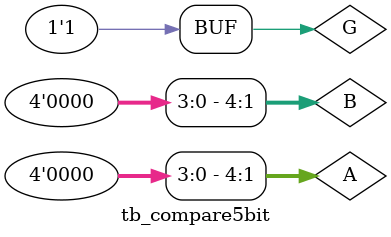
<source format=v>
`timescale 1ns/1ns
module tb_compare5bit;
  reg [4:0] A, B;
  reg G;
  wire E;
  initial begin
    A = 0;
    B = 0;
    G = 0;
    #40;
    G = 1;
    #40;
    A = $random;
    B = $random;
    #40;
    A = $random;
    B = $random;
    #40;
    A = 4'd20;
    B = 4'd20;
    #40;
    G = 0;
    #40;
    G = 1;
    A = $random;
    B = $random;
    #40;
    A = $random;
    B = $random;
    #40;
    A = $random;
    B = $random;
    #40;
  end
  compare_5bit ins8(
  .A(A),
  .B(B),
  .G(G),
  .E(E)
  );
endmodule
</source>
